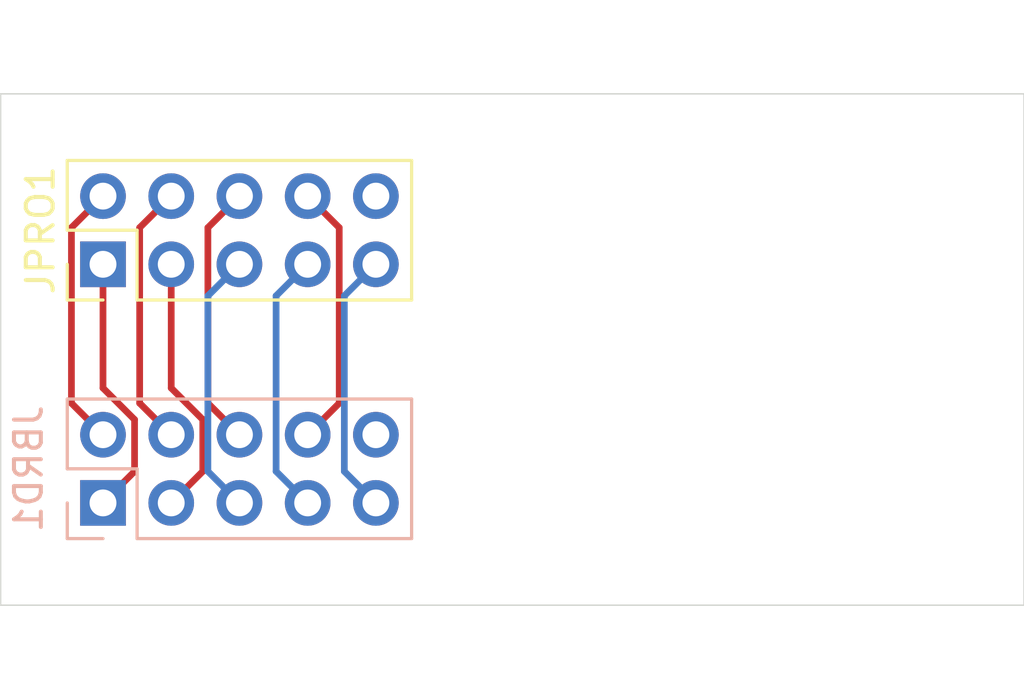
<source format=kicad_pcb>
(kicad_pcb (version 20171130) (host pcbnew "(5.1.10-1-10_14)")

  (general
    (thickness 1.6)
    (drawings 4)
    (tracks 29)
    (zones 0)
    (modules 2)
    (nets 11)
  )

  (page A4)
  (layers
    (0 F.Cu signal)
    (31 B.Cu signal)
    (32 B.Adhes user)
    (33 F.Adhes user)
    (34 B.Paste user)
    (35 F.Paste user)
    (36 B.SilkS user)
    (37 F.SilkS user)
    (38 B.Mask user)
    (39 F.Mask user)
    (40 Dwgs.User user)
    (41 Cmts.User user)
    (42 Eco1.User user)
    (43 Eco2.User user)
    (44 Edge.Cuts user)
    (45 Margin user)
    (46 B.CrtYd user)
    (47 F.CrtYd user)
    (48 B.Fab user)
    (49 F.Fab user)
  )

  (setup
    (last_trace_width 0.25)
    (trace_clearance 0.2)
    (zone_clearance 0.508)
    (zone_45_only no)
    (trace_min 0.2)
    (via_size 0.8)
    (via_drill 0.4)
    (via_min_size 0.4)
    (via_min_drill 0.3)
    (uvia_size 0.3)
    (uvia_drill 0.1)
    (uvias_allowed no)
    (uvia_min_size 0.2)
    (uvia_min_drill 0.1)
    (edge_width 0.05)
    (segment_width 0.2)
    (pcb_text_width 0.3)
    (pcb_text_size 1.5 1.5)
    (mod_edge_width 0.12)
    (mod_text_size 1 1)
    (mod_text_width 0.15)
    (pad_size 1.524 1.524)
    (pad_drill 0.762)
    (pad_to_mask_clearance 0)
    (aux_axis_origin 0 0)
    (visible_elements FFFFFF7F)
    (pcbplotparams
      (layerselection 0x010fc_ffffffff)
      (usegerberextensions false)
      (usegerberattributes true)
      (usegerberadvancedattributes true)
      (creategerberjobfile true)
      (excludeedgelayer true)
      (linewidth 0.100000)
      (plotframeref false)
      (viasonmask false)
      (mode 1)
      (useauxorigin false)
      (hpglpennumber 1)
      (hpglpenspeed 20)
      (hpglpendiameter 15.000000)
      (psnegative false)
      (psa4output false)
      (plotreference true)
      (plotvalue true)
      (plotinvisibletext false)
      (padsonsilk false)
      (subtractmaskfromsilk false)
      (outputformat 1)
      (mirror false)
      (drillshape 1)
      (scaleselection 1)
      (outputdirectory ""))
  )

  (net 0 "")
  (net 1 GND)
  (net 2 "Net-(JBRD1-Pad9)")
  (net 3 "Net-(JBRD1-Pad8)")
  (net 4 "Net-(JBRD1-Pad7)")
  (net 5 "Net-(JBRD1-Pad6)")
  (net 6 "Net-(JBRD1-Pad5)")
  (net 7 "Net-(JBRD1-Pad4)")
  (net 8 "Net-(JBRD1-Pad3)")
  (net 9 "Net-(JBRD1-Pad2)")
  (net 10 "Net-(JBRD1-Pad1)")

  (net_class Default "This is the default net class."
    (clearance 0.2)
    (trace_width 0.25)
    (via_dia 0.8)
    (via_drill 0.4)
    (uvia_dia 0.3)
    (uvia_drill 0.1)
    (add_net GND)
    (add_net "Net-(JBRD1-Pad1)")
    (add_net "Net-(JBRD1-Pad2)")
    (add_net "Net-(JBRD1-Pad3)")
    (add_net "Net-(JBRD1-Pad4)")
    (add_net "Net-(JBRD1-Pad5)")
    (add_net "Net-(JBRD1-Pad6)")
    (add_net "Net-(JBRD1-Pad7)")
    (add_net "Net-(JBRD1-Pad8)")
    (add_net "Net-(JBRD1-Pad9)")
  )

  (module Connector_PinHeader_2.54mm:PinHeader_2x05_P2.54mm_Vertical (layer F.Cu) (tedit 59FED5CC) (tstamp 613442DD)
    (at 118.11 101.6 90)
    (descr "Through hole straight pin header, 2x05, 2.54mm pitch, double rows")
    (tags "Through hole pin header THT 2x05 2.54mm double row")
    (path /613470FE)
    (fp_text reference JPRO1 (at 1.27 -2.33 90) (layer F.SilkS)
      (effects (font (size 1 1) (thickness 0.15)))
    )
    (fp_text value Conn_02x05_Odd_Even (at 1.27 12.49 90) (layer F.Fab)
      (effects (font (size 1 1) (thickness 0.15)))
    )
    (fp_text user %R (at 1.27 5.08) (layer F.Fab)
      (effects (font (size 1 1) (thickness 0.15)))
    )
    (fp_line (start 0 -1.27) (end 3.81 -1.27) (layer F.Fab) (width 0.1))
    (fp_line (start 3.81 -1.27) (end 3.81 11.43) (layer F.Fab) (width 0.1))
    (fp_line (start 3.81 11.43) (end -1.27 11.43) (layer F.Fab) (width 0.1))
    (fp_line (start -1.27 11.43) (end -1.27 0) (layer F.Fab) (width 0.1))
    (fp_line (start -1.27 0) (end 0 -1.27) (layer F.Fab) (width 0.1))
    (fp_line (start -1.33 11.49) (end 3.87 11.49) (layer F.SilkS) (width 0.12))
    (fp_line (start -1.33 1.27) (end -1.33 11.49) (layer F.SilkS) (width 0.12))
    (fp_line (start 3.87 -1.33) (end 3.87 11.49) (layer F.SilkS) (width 0.12))
    (fp_line (start -1.33 1.27) (end 1.27 1.27) (layer F.SilkS) (width 0.12))
    (fp_line (start 1.27 1.27) (end 1.27 -1.33) (layer F.SilkS) (width 0.12))
    (fp_line (start 1.27 -1.33) (end 3.87 -1.33) (layer F.SilkS) (width 0.12))
    (fp_line (start -1.33 0) (end -1.33 -1.33) (layer F.SilkS) (width 0.12))
    (fp_line (start -1.33 -1.33) (end 0 -1.33) (layer F.SilkS) (width 0.12))
    (fp_line (start -1.8 -1.8) (end -1.8 11.95) (layer F.CrtYd) (width 0.05))
    (fp_line (start -1.8 11.95) (end 4.35 11.95) (layer F.CrtYd) (width 0.05))
    (fp_line (start 4.35 11.95) (end 4.35 -1.8) (layer F.CrtYd) (width 0.05))
    (fp_line (start 4.35 -1.8) (end -1.8 -1.8) (layer F.CrtYd) (width 0.05))
    (pad 10 thru_hole oval (at 2.54 10.16 90) (size 1.7 1.7) (drill 1) (layers *.Cu *.Mask)
      (net 1 GND))
    (pad 9 thru_hole oval (at 0 10.16 90) (size 1.7 1.7) (drill 1) (layers *.Cu *.Mask)
      (net 2 "Net-(JBRD1-Pad9)"))
    (pad 8 thru_hole oval (at 2.54 7.62 90) (size 1.7 1.7) (drill 1) (layers *.Cu *.Mask)
      (net 3 "Net-(JBRD1-Pad8)"))
    (pad 7 thru_hole oval (at 0 7.62 90) (size 1.7 1.7) (drill 1) (layers *.Cu *.Mask)
      (net 4 "Net-(JBRD1-Pad7)"))
    (pad 6 thru_hole oval (at 2.54 5.08 90) (size 1.7 1.7) (drill 1) (layers *.Cu *.Mask)
      (net 5 "Net-(JBRD1-Pad6)"))
    (pad 5 thru_hole oval (at 0 5.08 90) (size 1.7 1.7) (drill 1) (layers *.Cu *.Mask)
      (net 6 "Net-(JBRD1-Pad5)"))
    (pad 4 thru_hole oval (at 2.54 2.54 90) (size 1.7 1.7) (drill 1) (layers *.Cu *.Mask)
      (net 7 "Net-(JBRD1-Pad4)"))
    (pad 3 thru_hole oval (at 0 2.54 90) (size 1.7 1.7) (drill 1) (layers *.Cu *.Mask)
      (net 8 "Net-(JBRD1-Pad3)"))
    (pad 2 thru_hole oval (at 2.54 0 90) (size 1.7 1.7) (drill 1) (layers *.Cu *.Mask)
      (net 9 "Net-(JBRD1-Pad2)"))
    (pad 1 thru_hole rect (at 0 0 90) (size 1.7 1.7) (drill 1) (layers *.Cu *.Mask)
      (net 10 "Net-(JBRD1-Pad1)"))
    (model ${KISYS3DMOD}/Connector_PinHeader_2.54mm.3dshapes/PinHeader_2x05_P2.54mm_Vertical.wrl
      (at (xyz 0 0 0))
      (scale (xyz 1 1 1))
      (rotate (xyz 0 0 0))
    )
  )

  (module Connector_PinSocket_2.54mm:PinSocket_2x05_P2.54mm_Vertical (layer B.Cu) (tedit 5A19A42B) (tstamp 613442BD)
    (at 118.11 110.49 270)
    (descr "Through hole straight socket strip, 2x05, 2.54mm pitch, double cols (from Kicad 4.0.7), script generated")
    (tags "Through hole socket strip THT 2x05 2.54mm double row")
    (path /61343A27)
    (fp_text reference JBRD1 (at -1.27 2.77 270) (layer B.SilkS)
      (effects (font (size 1 1) (thickness 0.15)) (justify mirror))
    )
    (fp_text value Conn_02x05_Odd_Even (at -1.27 -12.93 270) (layer B.Fab)
      (effects (font (size 1 1) (thickness 0.15)) (justify mirror))
    )
    (fp_text user %R (at -1.27 -5.08) (layer B.Fab)
      (effects (font (size 1 1) (thickness 0.15)) (justify mirror))
    )
    (fp_line (start -3.81 1.27) (end 0.27 1.27) (layer B.Fab) (width 0.1))
    (fp_line (start 0.27 1.27) (end 1.27 0.27) (layer B.Fab) (width 0.1))
    (fp_line (start 1.27 0.27) (end 1.27 -11.43) (layer B.Fab) (width 0.1))
    (fp_line (start 1.27 -11.43) (end -3.81 -11.43) (layer B.Fab) (width 0.1))
    (fp_line (start -3.81 -11.43) (end -3.81 1.27) (layer B.Fab) (width 0.1))
    (fp_line (start -3.87 1.33) (end -1.27 1.33) (layer B.SilkS) (width 0.12))
    (fp_line (start -3.87 1.33) (end -3.87 -11.49) (layer B.SilkS) (width 0.12))
    (fp_line (start -3.87 -11.49) (end 1.33 -11.49) (layer B.SilkS) (width 0.12))
    (fp_line (start 1.33 -1.27) (end 1.33 -11.49) (layer B.SilkS) (width 0.12))
    (fp_line (start -1.27 -1.27) (end 1.33 -1.27) (layer B.SilkS) (width 0.12))
    (fp_line (start -1.27 1.33) (end -1.27 -1.27) (layer B.SilkS) (width 0.12))
    (fp_line (start 1.33 1.33) (end 1.33 0) (layer B.SilkS) (width 0.12))
    (fp_line (start 0 1.33) (end 1.33 1.33) (layer B.SilkS) (width 0.12))
    (fp_line (start -4.34 1.8) (end 1.76 1.8) (layer B.CrtYd) (width 0.05))
    (fp_line (start 1.76 1.8) (end 1.76 -11.9) (layer B.CrtYd) (width 0.05))
    (fp_line (start 1.76 -11.9) (end -4.34 -11.9) (layer B.CrtYd) (width 0.05))
    (fp_line (start -4.34 -11.9) (end -4.34 1.8) (layer B.CrtYd) (width 0.05))
    (pad 10 thru_hole oval (at -2.54 -10.16 270) (size 1.7 1.7) (drill 1) (layers *.Cu *.Mask)
      (net 1 GND))
    (pad 9 thru_hole oval (at 0 -10.16 270) (size 1.7 1.7) (drill 1) (layers *.Cu *.Mask)
      (net 2 "Net-(JBRD1-Pad9)"))
    (pad 8 thru_hole oval (at -2.54 -7.62 270) (size 1.7 1.7) (drill 1) (layers *.Cu *.Mask)
      (net 3 "Net-(JBRD1-Pad8)"))
    (pad 7 thru_hole oval (at 0 -7.62 270) (size 1.7 1.7) (drill 1) (layers *.Cu *.Mask)
      (net 4 "Net-(JBRD1-Pad7)"))
    (pad 6 thru_hole oval (at -2.54 -5.08 270) (size 1.7 1.7) (drill 1) (layers *.Cu *.Mask)
      (net 5 "Net-(JBRD1-Pad6)"))
    (pad 5 thru_hole oval (at 0 -5.08 270) (size 1.7 1.7) (drill 1) (layers *.Cu *.Mask)
      (net 6 "Net-(JBRD1-Pad5)"))
    (pad 4 thru_hole oval (at -2.54 -2.54 270) (size 1.7 1.7) (drill 1) (layers *.Cu *.Mask)
      (net 7 "Net-(JBRD1-Pad4)"))
    (pad 3 thru_hole oval (at 0 -2.54 270) (size 1.7 1.7) (drill 1) (layers *.Cu *.Mask)
      (net 8 "Net-(JBRD1-Pad3)"))
    (pad 2 thru_hole oval (at -2.54 0 270) (size 1.7 1.7) (drill 1) (layers *.Cu *.Mask)
      (net 9 "Net-(JBRD1-Pad2)"))
    (pad 1 thru_hole rect (at 0 0 270) (size 1.7 1.7) (drill 1) (layers *.Cu *.Mask)
      (net 10 "Net-(JBRD1-Pad1)"))
    (model ${KISYS3DMOD}/Connector_PinSocket_2.54mm.3dshapes/PinSocket_2x05_P2.54mm_Vertical.wrl
      (at (xyz 0 0 0))
      (scale (xyz 1 1 1))
      (rotate (xyz 0 0 0))
    )
  )

  (gr_line (start 114.3 114.3) (end 114.3 95.25) (layer Edge.Cuts) (width 0.05) (tstamp 61344E90))
  (gr_line (start 152.4 114.3) (end 114.3 114.3) (layer Edge.Cuts) (width 0.05))
  (gr_line (start 152.4 95.25) (end 152.4 114.3) (layer Edge.Cuts) (width 0.05))
  (gr_line (start 114.3 95.25) (end 152.4 95.25) (layer Edge.Cuts) (width 0.05))

  (segment (start 127.094999 102.775001) (end 127.094999 109.314999) (width 0.25) (layer B.Cu) (net 2))
  (segment (start 127.094999 109.314999) (end 128.27 110.49) (width 0.25) (layer B.Cu) (net 2))
  (segment (start 128.27 101.6) (end 127.094999 102.775001) (width 0.25) (layer B.Cu) (net 2))
  (segment (start 126.905001 100.235001) (end 125.73 99.06) (width 0.25) (layer F.Cu) (net 3))
  (segment (start 126.905001 106.774999) (end 126.905001 100.235001) (width 0.25) (layer F.Cu) (net 3))
  (segment (start 125.73 107.95) (end 126.905001 106.774999) (width 0.25) (layer F.Cu) (net 3))
  (segment (start 124.554999 109.314999) (end 125.73 110.49) (width 0.25) (layer B.Cu) (net 4))
  (segment (start 124.554999 102.775001) (end 124.554999 109.314999) (width 0.25) (layer B.Cu) (net 4))
  (segment (start 125.73 101.6) (end 124.554999 102.775001) (width 0.25) (layer B.Cu) (net 4))
  (segment (start 122.014999 100.235001) (end 123.19 99.06) (width 0.25) (layer F.Cu) (net 5))
  (segment (start 122.014999 106.774999) (end 122.014999 100.235001) (width 0.25) (layer F.Cu) (net 5))
  (segment (start 123.19 107.95) (end 122.014999 106.774999) (width 0.25) (layer F.Cu) (net 5))
  (segment (start 122.014999 109.314999) (end 123.19 110.49) (width 0.25) (layer B.Cu) (net 6))
  (segment (start 122.014999 102.775001) (end 122.014999 109.314999) (width 0.25) (layer B.Cu) (net 6))
  (segment (start 123.19 101.6) (end 122.014999 102.775001) (width 0.25) (layer B.Cu) (net 6))
  (segment (start 119.474999 100.235001) (end 120.65 99.06) (width 0.25) (layer F.Cu) (net 7))
  (segment (start 119.474999 106.774999) (end 119.474999 100.235001) (width 0.25) (layer F.Cu) (net 7))
  (segment (start 120.65 107.95) (end 119.474999 106.774999) (width 0.25) (layer F.Cu) (net 7))
  (segment (start 120.65 106.210998) (end 121.825001 107.385999) (width 0.25) (layer F.Cu) (net 8))
  (segment (start 121.825001 109.314999) (end 120.65 110.49) (width 0.25) (layer F.Cu) (net 8))
  (segment (start 121.825001 107.385999) (end 121.825001 109.314999) (width 0.25) (layer F.Cu) (net 8))
  (segment (start 120.65 101.6) (end 120.65 106.210998) (width 0.25) (layer F.Cu) (net 8))
  (segment (start 116.934999 100.235001) (end 118.11 99.06) (width 0.25) (layer F.Cu) (net 9))
  (segment (start 116.934999 106.774999) (end 116.934999 100.235001) (width 0.25) (layer F.Cu) (net 9))
  (segment (start 118.11 107.95) (end 116.934999 106.774999) (width 0.25) (layer F.Cu) (net 9))
  (segment (start 119.285001 109.314999) (end 118.11 110.49) (width 0.25) (layer F.Cu) (net 10))
  (segment (start 119.285001 107.385999) (end 119.285001 109.314999) (width 0.25) (layer F.Cu) (net 10))
  (segment (start 118.11 106.210998) (end 119.285001 107.385999) (width 0.25) (layer F.Cu) (net 10))
  (segment (start 118.11 101.6) (end 118.11 106.210998) (width 0.25) (layer F.Cu) (net 10))

)

</source>
